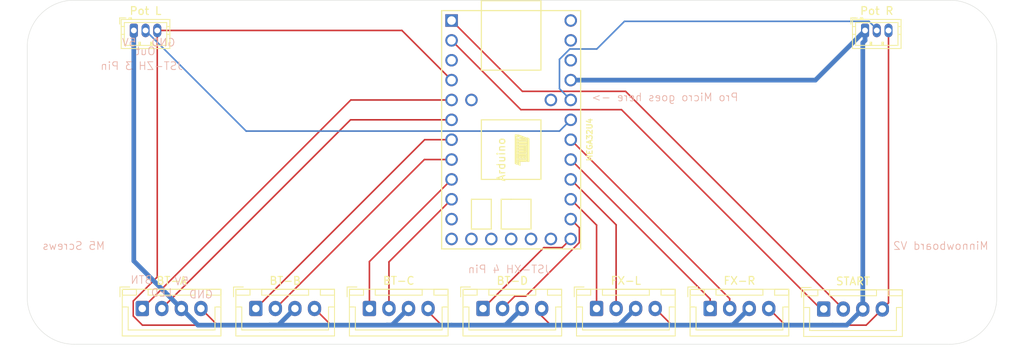
<source format=kicad_pcb>
(kicad_pcb (version 20241229) (generator "pcbnew") (generator_version "9.0")
  (layers (0 "F.Cu" signal) (2 "B.Cu" signal) (13 "F.Paste" user) (15 "B.Paste" user) (5 "F.SilkS" user "F.Silkscreen") (7 "B.SilkS" user "B.Silkscreen") (1 "F.Mask" user) (3 "B.Mask" user) (25 "Edge.Cuts" user))
  (net 0 "")
  (net 1 "Ground")
  (net 2 "5V")
  (net 3 "ButtonData")
  (net 4 "LightData")
  (net 5 "EncData")
  (footprint "Connector_JST:JST_ZH_B3B-ZR_1x03_P1.50mm_Vertical" (layer "F.Cu") (at 101.150955 -2.129513)
    (property "Reference" "Pot R" (at 1.5 -2.5 0) (layer "F.SilkS"))
    (property "Value" "JST_ZH_B3B-ZR_1x03_P1.50mm_Vertical")
    (fp_line (start -1.81 -1.61) (end -1.81 -0.81) (stroke (width 0.12)) (layer "F.SilkS"))
    (fp_line (start -1.61 -1.41) (end -1.61 2.31) (stroke (width 0.12)) (layer "F.SilkS"))
    (fp_line (start -1.61 -0.5) (end -1.21 -0.5) (stroke (width 0.12)) (layer "F.SilkS"))
    (fp_line (start -1.61 0.5) (end -1.21 0.5) (stroke (width 0.12)) (layer "F.SilkS"))
    (fp_line (start -1.61 2.31) (end 4.61 2.31) (stroke (width 0.12)) (layer "F.SilkS"))
    (fp_line (start -1.21 -1.01) (end -1.21 1.91) (stroke (width 0.12)) (layer "F.SilkS"))
    (fp_line (start -1.21 1.91) (end 4.21 1.91) (stroke (width 0.12)) (layer "F.SilkS"))
    (fp_line (start -1.01 -1.61) (end -1.81 -1.61) (stroke (width 0.12)) (layer "F.SilkS"))
    (fp_line (start -0.6 -1.61) (end -0.6 -1.41) (stroke (width 0.12)) (layer "F.SilkS"))
    (fp_line (start -0.3 -1.61) (end -0.6 -1.61) (stroke (width 0.12)) (layer "F.SilkS"))
    (fp_line (start -0.3 -1.51) (end -0.6 -1.51) (stroke (width 0.12)) (layer "F.SilkS"))
    (fp_line (start -0.3 -1.41) (end -0.3 -1.61) (stroke (width 0.12)) (layer "F.SilkS"))
    (fp_line (start 0.65 1.51) (end 0.85 1.51) (stroke (width 0.12)) (layer "F.SilkS"))
    (fp_line (start 0.65 1.91) (end 0.65 1.51) (stroke (width 0.12)) (layer "F.SilkS"))
    (fp_line (start 0.75 1.91) (end 0.75 1.51) (stroke (width 0.12)) (layer "F.SilkS"))
    (fp_line (start 0.85 1.51) (end 0.85 1.91) (stroke (width 0.12)) (layer "F.SilkS"))
    (fp_line (start 2.15 1.51) (end 2.35 1.51) (stroke (width 0.12)) (layer "F.SilkS"))
    (fp_line (start 2.15 1.91) (end 2.15 1.51) (stroke (width 0.12)) (layer "F.SilkS"))
    (fp_line (start 2.25 1.91) (end 2.25 1.51) (stroke (width 0.12)) (layer "F.SilkS"))
    (fp_line (start 2.35 1.51) (end 2.35 1.91) (stroke (width 0.12)) (layer "F.SilkS"))
    (fp_line (start 4.21 -1.01) (end -1.21 -1.01) (stroke (width 0.12)) (layer "F.SilkS"))
    (fp_line (start 4.21 1.91) (end 4.21 -1.01) (stroke (width 0.12)) (layer "F.SilkS"))
    (fp_line (start 4.61 -1.41) (end -1.61 -1.41) (stroke (width 0.12)) (layer "F.SilkS"))
    (fp_line (start 4.61 -0.5) (end 4.21 -0.5) (stroke (width 0.12)) (layer "F.SilkS"))
    (fp_line (start 4.61 0.5) (end 4.21 0.5) (stroke (width 0.12)) (layer "F.SilkS"))
    (fp_line (start 4.61 2.31) (end 4.61 -1.41) (stroke (width 0.12)) (layer "F.SilkS"))
    (pad "1" thru_hole roundrect (at 0 0) (size 1.03 1.73) (drill 0.73) (layers "*.Cu" "*.Mask") (roundrect_rratio 0.242718) (net 2 "5V"))
    (pad "2" thru_hole oval (at 1.5 0) (size 1.03 1.73) (drill 0.73) (layers "*.Cu" "*.Mask") (net 5 "EncData"))
    (pad "3" thru_hole oval (at 3 0) (size 1.03 1.73) (drill 0.73) (layers "*.Cu" "*.Mask") (net 1 "Ground"))
  )
  (footprint "Connector_JST:JST_ZH_B3B-ZR_1x03_P1.50mm_Vertical" (layer "F.Cu") (at 7.630955 -2.129513)
    (property "Reference" "Pot L" (at 1.5 -2.5 0) (layer "F.SilkS"))
    (property "Value" "JST_ZH_B3B-ZR_1x03_P1.50mm_Vertical")
    (fp_line (start -1.81 -1.61) (end -1.81 -0.81) (stroke (width 0.12)) (layer "F.SilkS"))
    (fp_line (start -1.61 -1.41) (end -1.61 2.31) (stroke (width 0.12)) (layer "F.SilkS"))
    (fp_line (start -1.61 -0.5) (end -1.21 -0.5) (stroke (width 0.12)) (layer "F.SilkS"))
    (fp_line (start -1.61 0.5) (end -1.21 0.5) (stroke (width 0.12)) (layer "F.SilkS"))
    (fp_line (start -1.61 2.31) (end 4.61 2.31) (stroke (width 0.12)) (layer "F.SilkS"))
    (fp_line (start -1.21 -1.01) (end -1.21 1.91) (stroke (width 0.12)) (layer "F.SilkS"))
    (fp_line (start -1.21 1.91) (end 4.21 1.91) (stroke (width 0.12)) (layer "F.SilkS"))
    (fp_line (start -1.01 -1.61) (end -1.81 -1.61) (stroke (width 0.12)) (layer "F.SilkS"))
    (fp_line (start -0.6 -1.61) (end -0.6 -1.41) (stroke (width 0.12)) (layer "F.SilkS"))
    (fp_line (start -0.3 -1.61) (end -0.6 -1.61) (stroke (width 0.12)) (layer "F.SilkS"))
    (fp_line (start -0.3 -1.51) (end -0.6 -1.51) (stroke (width 0.12)) (layer "F.SilkS"))
    (fp_line (start -0.3 -1.41) (end -0.3 -1.61) (stroke (width 0.12)) (layer "F.SilkS"))
    (fp_line (start 0.65 1.51) (end 0.85 1.51) (stroke (width 0.12)) (layer "F.SilkS"))
    (fp_line (start 0.65 1.91) (end 0.65 1.51) (stroke (width 0.12)) (layer "F.SilkS"))
    (fp_line (start 0.75 1.91) (end 0.75 1.51) (stroke (width 0.12)) (layer "F.SilkS"))
    (fp_line (start 0.85 1.51) (end 0.85 1.91) (stroke (width 0.12)) (layer "F.SilkS"))
    (fp_line (start 2.15 1.51) (end 2.35 1.51) (stroke (width 0.12)) (layer "F.SilkS"))
    (fp_line (start 2.15 1.91) (end 2.15 1.51) (stroke (width 0.12)) (layer "F.SilkS"))
    (fp_line (start 2.25 1.91) (end 2.25 1.51) (stroke (width 0.12)) (layer "F.SilkS"))
    (fp_line (start 2.35 1.51) (end 2.35 1.91) (stroke (width 0.12)) (layer "F.SilkS"))
    (fp_line (start 4.21 -1.01) (end -1.21 -1.01) (stroke (width 0.12)) (layer "F.SilkS"))
    (fp_line (start 4.21 1.91) (end 4.21 -1.01) (stroke (width 0.12)) (layer "F.SilkS"))
    (fp_line (start 4.61 -1.41) (end -1.61 -1.41) (stroke (width 0.12)) (layer "F.SilkS"))
    (fp_line (start 4.61 -0.5) (end 4.21 -0.5) (stroke (width 0.12)) (layer "F.SilkS"))
    (fp_line (start 4.61 0.5) (end 4.21 0.5) (stroke (width 0.12)) (layer "F.SilkS"))
    (fp_line (start 4.61 2.31) (end 4.61 -1.41) (stroke (width 0.12)) (layer "F.SilkS"))
    (pad "1" thru_hole roundrect (at 0 0) (size 1.03 1.73) (drill 0.73) (layers "*.Cu" "*.Mask") (roundrect_rratio 0.242718) (net 2 "5V"))
    (pad "2" thru_hole oval (at 1.5 0) (size 1.03 1.73) (drill 0.73) (layers "*.Cu" "*.Mask") (net 5 "EncData"))
    (pad "3" thru_hole oval (at 3 0) (size 1.03 1.73) (drill 0.73) (layers "*.Cu" "*.Mask") (net 1 "Ground"))
  )
  (footprint "teensy:Teensy2.0" (layer "F.Cu") (at 55.890955 10.570487 -90)
    (property "Reference" "Arduino" (at 3.81 1.27 90) (layer "F.SilkS"))
    (property "Value" "Teensy2.0")
    (fp_line (start -15.24 8.89) (end -15.24 -8.89) (stroke (width 0.15)) (layer "F.SilkS"))
    (fp_line (start 15.24 8.89) (end -15.24 8.89) (stroke (width 0.15)) (layer "F.SilkS"))
    (fp_line (start 8.89 5.08) (end 12.7 5.08) (stroke (width 0.15)) (layer "F.SilkS"))
    (fp_line (start 12.7 5.08) (end 12.7 2.54) (stroke (width 0.15)) (layer "F.SilkS"))
    (fp_line (start -16.51 3.81) (end -16.51 -3.81) (stroke (width 0.15)) (layer "F.SilkS"))
    (fp_line (start -7.62 3.81) (end -16.51 3.81) (stroke (width 0.15)) (layer "F.SilkS"))
    (fp_line (start -1.27 3.81) (end 6.35 3.81) (stroke (width 0.15)) (layer "F.SilkS"))
    (fp_line (start 6.35 3.81) (end 6.35 -3.81) (stroke (width 0.15)) (layer "F.SilkS"))
    (fp_line (start 8.89 2.54) (end 8.89 5.08) (stroke (width 0.15)) (layer "F.SilkS"))
    (fp_line (start 12.7 2.54) (end 8.89 2.54) (stroke (width 0.15)) (layer "F.SilkS"))
    (fp_line (start 8.89 1.27) (end 12.7 1.27) (stroke (width 0.15)) (layer "F.SilkS"))
    (fp_line (start 12.7 1.27) (end 12.7 -2.54) (stroke (width 0.15)) (layer "F.SilkS"))
    (fp_line (start 8.89 0) (end 8.89 1.27) (stroke (width 0.15)) (layer "F.SilkS"))
    (fp_line (start 8.89 -2.54) (end 8.89 0) (stroke (width 0.15)) (layer "F.SilkS"))
    (fp_line (start 12.7 -2.54) (end 8.89 -2.54) (stroke (width 0.15)) (layer "F.SilkS"))
    (fp_line (start -16.51 -3.81) (end -7.62 -3.81) (stroke (width 0.15)) (layer "F.SilkS"))
    (fp_line (start -7.62 -3.81) (end -7.62 3.81) (stroke (width 0.15)) (layer "F.SilkS"))
    (fp_line (start -1.27 -3.81) (end -1.27 3.81) (stroke (width 0.15)) (layer "F.SilkS"))
    (fp_line (start 6.35 -3.81) (end -1.27 -3.81) (stroke (width 0.15)) (layer "F.SilkS"))
    (fp_line (start -15.24 -8.89) (end 15.24 -8.89) (stroke (width 0.15)) (layer "F.SilkS"))
    (fp_line (start 15.24 -8.89) (end 15.24 8.89) (stroke (width 0.15)) (layer "F.SilkS"))
    (fp_poly (pts (xy 0.635 -0.762) (xy 4.445 -0.762) (xy 4.318 -0.508) (xy 0.635 -0.508)) (stroke (width 0.1)) (fill yes) (layer "F.SilkS"))
    (fp_poly (pts (xy 3.81 -1.905) (xy 3.81 -0.889) (xy 4.445 -0.889) (xy 4.572 -1.143) (xy 4.064 -1.143) (xy 4.064 -1.905)) (stroke (width 0.1)) (fill yes) (layer "F.SilkS"))
    (fp_poly (pts (xy 1.397 -0.889) (xy 1.397 -1.905) (xy 1.016 -1.905) (xy 0.635 -0.889) (xy 0.889 -0.889) (xy 1.143 -1.651) (xy 1.143 -0.889)) (stroke (width 0.1)) (fill yes) (layer "F.SilkS"))
    (fp_poly (pts (xy 4.064 -2.032) (xy 1.778 -2.032) (xy 1.778 -0.889) (xy 1.524 -0.889) (xy 1.524 -2.032) (xy 1.016 -2.032) (xy 1.143 -2.286) (xy 4.064 -2.286)) (stroke (width 0.1)) (fill yes) (layer "F.SilkS"))
    (fp_poly (pts (xy 2.921 -0.889) (xy 2.921 -1.905) (xy 1.905 -1.905) (xy 1.905 -0.889) (xy 2.159 -0.889) (xy 2.159 -1.651) (xy 2.286 -1.651) (xy 2.286 -0.889) (xy 2.54 -0.889) (xy 2.54 -1.651) (xy 2.667 -1.651) (xy 2.667 -0.889)) (stroke (width 0.1)) (fill yes) (layer "F.SilkS"))
    (fp_poly (pts (xy 3.048 -1.905) (xy 3.683 -1.905) (xy 3.683 -1.651) (xy 3.302 -1.651) (xy 3.302 -1.524) (xy 3.683 -1.524) (xy 3.683 -1.27) (xy 3.302 -1.27) (xy 3.302 -1.143) (xy 3.683 -1.143) (xy 3.683 -0.889) (xy 3.048 -0.889)) (stroke (width 0.1)) (fill yes) (layer "F.SilkS"))
    (fp_text user "MEGA32U4" (at 1.27 -10.033 90) (layer "F.SilkS") (effects (font (size 0.7 0.7))))
    (pad "1" thru_hole rect (at -13.97 7.62 270) (size 1.6 1.6) (drill 1.1) (layers "*.Cu" "*.Mask") (net 4 "LightData"))
    (pad "2" thru_hole circle (at -11.43 7.62 270) (size 1.6 1.6) (drill 1.1) (layers "*.Cu" "*.Mask") (net 3 "ButtonData"))
    (pad "3" thru_hole circle (at -8.89 7.62 270) (size 1.6 1.6) (drill 1.1) (layers "*.Cu" "*.Mask") (net 1 "Ground"))
    (pad "4" thru_hole circle (at -6.35 7.62 270) (size 1.6 1.6) (drill 1.1) (layers "*.Cu" "*.Mask") (net 1 "Ground"))
    (pad "5" thru_hole circle (at -3.81 7.62 270) (size 1.6 1.6) (drill 1.1) (layers "*.Cu" "*.Mask") (net 3 "ButtonData"))
    (pad "6" thru_hole circle (at -1.27 7.62 270) (size 1.6 1.6) (drill 1.1) (layers "*.Cu" "*.Mask") (net 4 "LightData"))
    (pad "7" thru_hole circle (at 1.27 7.62 270) (size 1.6 1.6) (drill 1.1) (layers "*.Cu" "*.Mask") (net 3 "ButtonData"))
    (pad "8" thru_hole circle (at 3.81 7.62 270) (size 1.6 1.6) (drill 1.1) (layers "*.Cu" "*.Mask") (net 4 "LightData"))
    (pad "9" thru_hole circle (at 6.35 7.62 270) (size 1.6 1.6) (drill 1.1) (layers "*.Cu" "*.Mask") (net 3 "ButtonData"))
    (pad "10" thru_hole circle (at 8.89 7.62 270) (size 1.6 1.6) (drill 1.1) (layers "*.Cu" "*.Mask") (net 4 "LightData"))
    (pad "11" thru_hole circle (at 11.43 7.62 270) (size 1.6 1.6) (drill 1.1) (layers "*.Cu" "*.Mask"))
    (pad "12" thru_hole circle (at 13.97 7.62 270) (size 1.6 1.6) (drill 1.1) (layers "*.Cu" "*.Mask"))
    (pad "13" thru_hole circle (at 13.97 5.08 270) (size 1.6 1.6) (drill 1.1) (layers "*.Cu" "*.Mask"))
    (pad "14" thru_hole circle (at 13.97 2.54 270) (size 1.6 1.6) (drill 1.1) (layers "*.Cu" "*.Mask"))
    (pad "15" thru_hole circle (at 13.97 0 270) (size 1.6 1.6) (drill 1.1) (layers "*.Cu" "*.Mask"))
    (pad "16" thru_hole circle (at 13.97 -2.54 270) (size 1.6 1.6) (drill 1.1) (layers "*.Cu" "*.Mask"))
    (pad "17" thru_hole circle (at 13.97 -5.08 270) (size 1.6 1.6) (drill 1.1) (layers "*.Cu" "*.Mask"))
    (pad "18" thru_hole circle (at 13.97 -7.62 270) (size 1.6 1.6) (drill 1.1) (layers "*.Cu" "*.Mask") (net 3 "ButtonData"))
    (pad "19" thru_hole circle (at 11.43 -7.62 270) (size 1.6 1.6) (drill 1.1) (layers "*.Cu" "*.Mask") (net 4 "LightData"))
    (pad "20" thru_hole circle (at 8.89 -7.62 270) (size 1.6 1.6) (drill 1.1) (layers "*.Cu" "*.Mask") (net 3 "ButtonData"))
    (pad "21" thru_hole circle (at 6.35 -7.62 270) (size 1.6 1.6) (drill 1.1) (layers "*.Cu" "*.Mask") (net 4 "LightData"))
    (pad "22" thru_hole circle (at 3.81 -7.62 270) (size 1.6 1.6) (drill 1.1) (layers "*.Cu" "*.Mask") (net 3 "ButtonData"))
    (pad "23" thru_hole circle (at 1.27 -7.62 270) (size 1.6 1.6) (drill 1.1) (layers "*.Cu" "*.Mask") (net 4 "LightData"))
    (pad "24" thru_hole circle (at -1.27 -7.62 270) (size 1.6 1.6) (drill 1.1) (layers "*.Cu" "*.Mask") (net 5 "EncData"))
    (pad "25" thru_hole circle (at -3.81 -7.62 270) (size 1.6 1.6) (drill 1.1) (layers "*.Cu" "*.Mask") (net 5 "EncData"))
    (pad "26" thru_hole circle (at -6.35 -7.62 270) (size 1.6 1.6) (drill 1.1) (layers "*.Cu" "*.Mask") (net 2 "5V"))
    (pad "27" thru_hole circle (at -8.89 -7.62 270) (size 1.6 1.6) (drill 1.1) (layers "*.Cu" "*.Mask"))
    (pad "28" thru_hole circle (at -11.43 -7.62 270) (size 1.6 1.6) (drill 1.1) (layers "*.Cu" "*.Mask") (net 1 "Ground"))
    (pad "29" thru_hole circle (at -13.97 -7.62 270) (size 1.6 1.6) (drill 1.1) (layers "*.Cu" "*.Mask"))
    (pad "30" thru_hole circle (at -3.81 5.08 270) (size 1.6 1.6) (drill 1.1) (layers "*.Cu" "*.Mask"))
    (pad "31" thru_hole circle (at -3.81 -5.08 270) (size 1.6 1.6) (drill 1.1) (layers "*.Cu" "*.Mask"))
  )
  (footprint "MountingHole:MountingHole_5.3mm_M5" (layer "F.Cu") (at 0 0)
    (property "Reference" "REF**" (hide yes))
    (property "Value" "MountingHole_5.3mm_M5")
    (pad "" np_thru_hole circle (at 0 0) (size 5.3 5.3) (drill 5.3) (layers "*.Cu" "*.Mask"))
  )
  (footprint "Connector_JST:JST_XH_B4B-XH-A_1x04_P2.50mm_Vertical" (layer "F.Cu") (at 23.239355 33.430487)
    (property "Reference" "BT-B" (at 3.75 -3.55 0) (layer "F.SilkS"))
    (property "Value" "JST_XH_B4B-XH-A_1x04_P2.50mm_Vertical" (hide yes))
    (fp_line (start -2.85 -2.75) (end -2.85 -1.5) (stroke (width 0.12)) (layer "F.SilkS"))
    (fp_line (start -2.56 -2.46) (end -2.56 3.51) (stroke (width 0.12)) (layer "F.SilkS"))
    (fp_line (start -2.56 3.51) (end 10.06 3.51) (stroke (width 0.12)) (layer "F.SilkS"))
    (fp_line (start -2.55 -2.45) (end -2.55 -1.7) (stroke (width 0.12)) (layer "F.SilkS"))
    (fp_line (start -2.55 -1.7) (end -0.75 -1.7) (stroke (width 0.12)) (layer "F.SilkS"))
    (fp_line (start -2.55 -0.2) (end -1.8 -0.2) (stroke (width 0.12)) (layer "F.SilkS"))
    (fp_line (start -1.8 -0.2) (end -1.8 2.75) (stroke (width 0.12)) (layer "F.SilkS"))
    (fp_line (start -1.8 2.75) (end 3.75 2.75) (stroke (width 0.12)) (layer "F.SilkS"))
    (fp_line (start -1.6 -2.75) (end -2.85 -2.75) (stroke (width 0.12)) (layer "F.SilkS"))
    (fp_line (start -0.75 -2.45) (end -2.55 -2.45) (stroke (width 0.12)) (layer "F.SilkS"))
    (fp_line (start -0.75 -1.7) (end -0.75 -2.45) (stroke (width 0.12)) (layer "F.SilkS"))
    (fp_line (start 0.75 -2.45) (end 0.75 -1.7) (stroke (width 0.12)) (layer "F.SilkS"))
    (fp_line (start 0.75 -1.7) (end 6.75 -1.7) (stroke (width 0.12)) (layer "F.SilkS"))
    (fp_line (start 6.75 -2.45) (end 0.75 -2.45) (stroke (width 0.12)) (layer "F.SilkS"))
    (fp_line (start 6.75 -1.7) (end 6.75 -2.45) (stroke (width 0.12)) (layer "F.SilkS"))
    (fp_line (start 8.25 -2.45) (end 8.25 -1.7) (stroke (width 0.12)) (layer "F.SilkS"))
    (fp_line (start 8.25 -1.7) (end 10.05 -1.7) (stroke (width 0.12)) (layer "F.SilkS"))
    (fp_line (start 9.3 -0.2) (end 9.3 2.75) (stroke (width 0.12)) (layer "F.SilkS"))
    (fp_line (start 9.3 2.75) (end 3.75 2.75) (stroke (width 0.12)) (layer "F.SilkS"))
    (fp_line (start 10.05 -2.45) (end 8.25 -2.45) (stroke (width 0.12)) (layer "F.SilkS"))
    (fp_line (start 10.05 -1.7) (end 10.05 -2.45) (stroke (width 0.12)) (layer "F.SilkS"))
    (fp_line (start 10.05 -0.2) (end 9.3 -0.2) (stroke (width 0.12)) (layer "F.SilkS"))
    (fp_line (start 10.06 -2.46) (end -2.56 -2.46) (stroke (width 0.12)) (layer "F.SilkS"))
    (fp_line (start 10.06 3.51) (end 10.06 -2.46) (stroke (width 0.12)) (layer "F.SilkS"))
    (pad "1" thru_hole roundrect (at 0 0) (size 1.7 1.95) (drill 0.95) (layers "*.Cu" "*.Mask") (roundrect_rratio 0.147059) (net 3 "ButtonData"))
    (pad "2" thru_hole oval (at 2.5 0) (size 1.7 1.95) (drill 0.95) (layers "*.Cu" "*.Mask") (net 4 "LightData"))
    (pad "3" thru_hole oval (at 5 0) (size 1.7 1.95) (drill 0.95) (layers "*.Cu" "*.Mask") (net 2 "5V"))
    (pad "4" thru_hole oval (at 7.5 0) (size 1.7 1.95) (drill 0.95) (layers "*.Cu" "*.Mask") (net 1 "Ground"))
  )
  (footprint "Connector_JST:JST_XH_B4B-XH-A_1x04_P2.50mm_Vertical" (layer "F.Cu") (at 66.814037 33.430487)
    (property "Reference" "FX-L" (at 3.75 -3.55 0) (layer "F.SilkS"))
    (property "Value" "JST_XH_B4B-XH-A_1x04_P2.50mm_Vertical" (hide yes))
    (fp_line (start -2.85 -2.75) (end -2.85 -1.5) (stroke (width 0.12)) (layer "F.SilkS"))
    (fp_line (start -2.56 -2.46) (end -2.56 3.51) (stroke (width 0.12)) (layer "F.SilkS"))
    (fp_line (start -2.56 3.51) (end 10.06 3.51) (stroke (width 0.12)) (layer "F.SilkS"))
    (fp_line (start -2.55 -2.45) (end -2.55 -1.7) (stroke (width 0.12)) (layer "F.SilkS"))
    (fp_line (start -2.55 -1.7) (end -0.75 -1.7) (stroke (width 0.12)) (layer "F.SilkS"))
    (fp_line (start -2.55 -0.2) (end -1.8 -0.2) (stroke (width 0.12)) (layer "F.SilkS"))
    (fp_line (start -1.8 -0.2) (end -1.8 2.75) (stroke (width 0.12)) (layer "F.SilkS"))
    (fp_line (start -1.8 2.75) (end 3.75 2.75) (stroke (width 0.12)) (layer "F.SilkS"))
    (fp_line (start -1.6 -2.75) (end -2.85 -2.75) (stroke (width 0.12)) (layer "F.SilkS"))
    (fp_line (start -0.75 -2.45) (end -2.55 -2.45) (stroke (width 0.12)) (layer "F.SilkS"))
    (fp_line (start -0.75 -1.7) (end -0.75 -2.45) (stroke (width 0.12)) (layer "F.SilkS"))
    (fp_line (start 0.75 -2.45) (end 0.75 -1.7) (stroke (width 0.12)) (layer "F.SilkS"))
    (fp_line (start 0.75 -1.7) (end 6.75 -1.7) (stroke (width 0.12)) (layer "F.SilkS"))
    (fp_line (start 6.75 -2.45) (end 0.75 -2.45) (stroke (width 0.12)) (layer "F.SilkS"))
    (fp_line (start 6.75 -1.7) (end 6.75 -2.45) (stroke (width 0.12)) (layer "F.SilkS"))
    (fp_line (start 8.25 -2.45) (end 8.25 -1.7) (stroke (width 0.12)) (layer "F.SilkS"))
    (fp_line (start 8.25 -1.7) (end 10.05 -1.7) (stroke (width 0.12)) (layer "F.SilkS"))
    (fp_line (start 9.3 -0.2) (end 9.3 2.75) (stroke (width 0.12)) (layer "F.SilkS"))
    (fp_line (start 9.3 2.75) (end 3.75 2.75) (stroke (width 0.12)) (layer "F.SilkS"))
    (fp_line (start 10.05 -2.45) (end 8.25 -2.45) (stroke (width 0.12)) (layer "F.SilkS"))
    (fp_line (start 10.05 -1.7) (end 10.05 -2.45) (stroke (width 0.12)) (layer "F.SilkS"))
    (fp_line (start 10.05 -0.2) (end 9.3 -0.2) (stroke (width 0.12)) (layer "F.SilkS"))
    (fp_line (start 10.06 -2.46) (end -2.56 -2.46) (stroke (width 0.12)) (layer "F.SilkS"))
    (fp_line (start 10.06 3.51) (end 10.06 -2.46) (stroke (width 0.12)) (layer "F.SilkS"))
    (pad "1" thru_hole roundrect (at 0 0) (size 1.7 1.95) (drill 0.95) (layers "*.Cu" "*.Mask") (roundrect_rratio 0.147059) (net 3 "ButtonData"))
    (pad "2" thru_hole oval (at 2.5 0) (size 1.7 1.95) (drill 0.95) (layers "*.Cu" "*.Mask") (net 4 "LightData"))
    (pad "3" thru_hole oval (at 5 0) (size 1.7 1.95) (drill 0.95) (layers "*.Cu" "*.Mask") (net 2 "5V"))
    (pad "4" thru_hole oval (at 7.5 0) (size 1.7 1.95) (drill 0.95) (layers "*.Cu" "*.Mask") (net 1 "Ground"))
  )
  (footprint "MountingHole:MountingHole_5.3mm_M5" (layer "F.Cu") (at 112 0)
    (property "Reference" "REF**" (hide yes))
    (property "Value" "MountingHole_5.3mm_M5")
    (pad "" np_thru_hole circle (at 0 0) (size 5.3 5.3) (drill 5.3) (layers "*.Cu" "*.Mask"))
  )
  (footprint "Connector_JST:JST_XH_B4B-XH-A_1x04_P2.50mm_Vertical" (layer "F.Cu") (at 81.338931 33.430487)
    (property "Reference" "FX-R" (at 3.75 -3.55 0) (layer "F.SilkS"))
    (property "Value" "JST_XH_B4B-XH-A_1x04_P2.50mm_Vertical" (hide yes))
    (fp_line (start -2.85 -2.75) (end -2.85 -1.5) (stroke (width 0.12)) (layer "F.SilkS"))
    (fp_line (start -2.56 -2.46) (end -2.56 3.51) (stroke (width 0.12)) (layer "F.SilkS"))
    (fp_line (start -2.56 3.51) (end 10.06 3.51) (stroke (width 0.12)) (layer "F.SilkS"))
    (fp_line (start -2.55 -2.45) (end -2.55 -1.7) (stroke (width 0.12)) (layer "F.SilkS"))
    (fp_line (start -2.55 -1.7) (end -0.75 -1.7) (stroke (width 0.12)) (layer "F.SilkS"))
    (fp_line (start -2.55 -0.2) (end -1.8 -0.2) (stroke (width 0.12)) (layer "F.SilkS"))
    (fp_line (start -1.8 -0.2) (end -1.8 2.75) (stroke (width 0.12)) (layer "F.SilkS"))
    (fp_line (start -1.8 2.75) (end 3.75 2.75) (stroke (width 0.12)) (layer "F.SilkS"))
    (fp_line (start -1.6 -2.75) (end -2.85 -2.75) (stroke (width 0.12)) (layer "F.SilkS"))
    (fp_line (start -0.75 -2.45) (end -2.55 -2.45) (stroke (width 0.12)) (layer "F.SilkS"))
    (fp_line (start -0.75 -1.7) (end -0.75 -2.45) (stroke (width 0.12)) (layer "F.SilkS"))
    (fp_line (start 0.75 -2.45) (end 0.75 -1.7) (stroke (width 0.12)) (layer "F.SilkS"))
    (fp_line (start 0.75 -1.7) (end 6.75 -1.7) (stroke (width 0.12)) (layer "F.SilkS"))
    (fp_line (start 6.75 -2.45) (end 0.75 -2.45) (stroke (width 0.12)) (layer "F.SilkS"))
    (fp_line (start 6.75 -1.7) (end 6.75 -2.45) (stroke (width 0.12)) (layer "F.SilkS"))
    (fp_line (start 8.25 -2.45) (end 8.25 -1.7) (stroke (width 0.12)) (layer "F.SilkS"))
    (fp_line (start 8.25 -1.7) (end 10.05 -1.7) (stroke (width 0.12)) (layer "F.SilkS"))
    (fp_line (start 9.3 -0.2) (end 9.3 2.75) (stroke (width 0.12)) (layer "F.SilkS"))
    (fp_line (start 9.3 2.75) (end 3.75 2.75) (stroke (width 0.12)) (layer "F.SilkS"))
    (fp_line (start 10.05 -2.45) (end 8.25 -2.45) (stroke (width 0.12)) (layer "F.SilkS"))
    (fp_line (start 10.05 -1.7) (end 10.05 -2.45) (stroke (width 0.12)) (layer "F.SilkS"))
    (fp_line (start 10.05 -0.2) (end 9.3 -0.2) (stroke (width 0.12)) (layer "F.SilkS"))
    (fp_line (start 10.06 -2.46) (end -2.56 -2.46) (stroke (width 0.12)) (layer "F.SilkS"))
    (fp_line (start 10.06 3.51) (end 10.06 -2.46) (stroke (width 0.12)) (layer "F.SilkS"))
    (pad "1" thru_hole roundrect (at 0 0) (size 1.7 1.95) (drill 0.95) (layers "*.Cu" "*.Mask") (roundrect_rratio 0.147059) (net 3 "ButtonData"))
    (pad "2" thru_hole oval (at 2.5 0) (size 1.7 1.95) (drill 0.95) (layers "*.Cu" "*.Mask") (net 4 "LightData"))
    (pad "3" thru_hole oval (at 5 0) (size 1.7 1.95) (drill 0.95) (layers "*.Cu" "*.Mask") (net 2 "5V"))
    (pad "4" thru_hole oval (at 7.5 0) (size 1.7 1.95) (drill 0.95) (layers "*.Cu" "*.Mask") (net 1 "Ground"))
  )
  (footprint "Connector_JST:JST_XH_B4B-XH-A_1x04_P2.50mm_Vertical" (layer "F.Cu") (at 52.289143 33.430487)
    (property "Reference" "BT-D" (at 3.75 -3.55 0) (layer "F.SilkS"))
    (property "Value" "JST_XH_B4B-XH-A_1x04_P2.50mm_Vertical" (hide yes))
    (fp_line (start -2.85 -2.75) (end -2.85 -1.5) (stroke (width 0.12)) (layer "F.SilkS"))
    (fp_line (start -2.56 -2.46) (end -2.56 3.51) (stroke (width 0.12)) (layer "F.SilkS"))
    (fp_line (start -2.56 3.51) (end 10.06 3.51) (stroke (width 0.12)) (layer "F.SilkS"))
    (fp_line (start -2.55 -2.45) (end -2.55 -1.7) (stroke (width 0.12)) (layer "F.SilkS"))
    (fp_line (start -2.55 -1.7) (end -0.75 -1.7) (stroke (width 0.12)) (layer "F.SilkS"))
    (fp_line (start -2.55 -0.2) (end -1.8 -0.2) (stroke (width 0.12)) (layer "F.SilkS"))
    (fp_line (start -1.8 -0.2) (end -1.8 2.75) (stroke (width 0.12)) (layer "F.SilkS"))
    (fp_line (start -1.8 2.75) (end 3.75 2.75) (stroke (width 0.12)) (layer "F.SilkS"))
    (fp_line (start -1.6 -2.75) (end -2.85 -2.75) (stroke (width 0.12)) (layer "F.SilkS"))
    (fp_line (start -0.75 -2.45) (end -2.55 -2.45) (stroke (width 0.12)) (layer "F.SilkS"))
    (fp_line (start -0.75 -1.7) (end -0.75 -2.45) (stroke (width 0.12)) (layer "F.SilkS"))
    (fp_line (start 0.75 -2.45) (end 0.75 -1.7) (stroke (width 0.12)) (layer "F.SilkS"))
    (fp_line (start 0.75 -1.7) (end 6.75 -1.7) (stroke (width 0.12)) (layer "F.SilkS"))
    (fp_line (start 6.75 -2.45) (end 0.75 -2.45) (stroke (width 0.12)) (layer "F.SilkS"))
    (fp_line (start 6.75 -1.7) (end 6.75 -2.45) (stroke (width 0.12)) (layer "F.SilkS"))
    (fp_line (start 8.25 -2.45) (end 8.25 -1.7) (stroke (width 0.12)) (layer "F.SilkS"))
    (fp_line (start 8.25 -1.7) (end 10.05 -1.7) (stroke (width 0.12)) (layer "F.SilkS"))
    (fp_line (start 9.3 -0.2) (end 9.3 2.75) (stroke (width 0.12)) (layer "F.SilkS"))
    (fp_line (start 9.3 2.75) (end 3.75 2.75) (stroke (width 0.12)) (layer "F.SilkS"))
    (fp_line (start 10.05 -2.45) (end 8.25 -2.45) (stroke (width 0.12)) (layer "F.SilkS"))
    (fp_line (start 10.05 -1.7) (end 10.05 -2.45) (stroke (width 0.12)) (layer "F.SilkS"))
    (fp_line (start 10.05 -0.2) (end 9.3 -0.2) (stroke (width 0.12)) (layer "F.SilkS"))
    (fp_line (start 10.06 -2.46) (end -2.56 -2.46) (stroke (width 0.12)) (layer "F.SilkS"))
    (fp_line (start 10.06 3.51) (end 10.06 -2.46) (stroke (width 0.12)) (layer "F.SilkS"))
    (pad "1" thru_hole roundrect (at 0 0) (size 1.7 1.95) (drill 0.95) (layers "*.Cu" "*.Mask") (roundrect_rratio 0.147059) (net 3 "ButtonData"))
    (pad "2" thru_hole oval (at 2.5 0) (size 1.7 1.95) (drill 0.95) (layers "*.Cu" "*.Mask") (net 4 "LightData"))
    (pad "3" thru_hole oval (at 5 0) (size 1.7 1.95) (drill 0.95) (layers "*.Cu" "*.Mask") (net 2 "5V"))
    (pad "4" thru_hole oval (at 7.5 0) (size 1.7 1.95) (drill 0.95) (layers "*.Cu" "*.Mask") (net 1 "Ground"))
  )
  (footprint "Connector_JST:JST_XH_B4B-XH-A_1x04_P2.50mm_Vertical" (layer "F.Cu") (at 8.714461 33.430487)
    (property "Reference" "BT-A" (at 3.75 -3.55 0) (layer "F.SilkS"))
    (property "Value" "JST_XH_B4B-XH-A_1x04_P2.50mm_Vertical" (hide yes))
    (fp_line (start -2.85 -2.75) (end -2.85 -1.5) (stroke (width 0.12)) (layer "F.SilkS"))
    (fp_line (start -2.56 -2.46) (end -2.56 3.51) (stroke (width 0.12)) (layer "F.SilkS"))
    (fp_line (start -2.56 3.51) (end 10.06 3.51) (stroke (width 0.12)) (layer "F.SilkS"))
    (fp_line (start -2.55 -2.45) (end -2.55 -1.7) (stroke (width 0.12)) (layer "F.SilkS"))
    (fp_line (start -2.55 -1.7) (end -0.75 -1.7) (stroke (width 0.12)) (layer "F.SilkS"))
    (fp_line (start -2.55 -0.2) (end -1.8 -0.2) (stroke (width 0.12)) (layer "F.SilkS"))
    (fp_line (start -1.8 -0.2) (end -1.8 2.75) (stroke (width 0.12)) (layer "F.SilkS"))
    (fp_line (start -1.8 2.75) (end 3.75 2.75) (stroke (width 0.12)) (layer "F.SilkS"))
    (fp_line (start -1.6 -2.75) (end -2.85 -2.75) (stroke (width 0.12)) (layer "F.SilkS"))
    (fp_line (start -0.75 -2.45) (end -2.55 -2.45) (stroke (width 0.12)) (layer "F.SilkS"))
    (fp_line (start -0.75 -1.7) (end -0.75 -2.45) (stroke (width 0.12)) (layer "F.SilkS"))
    (fp_line (start 0.75 -2.45) (end 0.75 -1.7) (stroke (width 0.12)) (layer "F.SilkS"))
    (fp_line (start 0.75 -1.7) (end 6.75 -1.7) (stroke (width 0.12)) (layer "F.SilkS"))
    (fp_line (start 6.75 -2.45) (end 0.75 -2.45) (stroke (width 0.12)) (layer "F.SilkS"))
    (fp_line (start 6.75 -1.7) (end 6.75 -2.45) (stroke (width 0.12)) (layer "F.SilkS"))
    (fp_line (start 8.25 -2.45) (end 8.25 -1.7) (stroke (width 0.12)) (layer "F.SilkS"))
    (fp_line (start 8.25 -1.7) (end 10.05 -1.7) (stroke (width 0.12)) (layer "F.SilkS"))
    (fp_line (start 9.3 -0.2) (end 9.3 2.75) (stroke (width 0.12)) (layer "F.SilkS"))
    (fp_line (start 9.3 2.75) (end 3.75 2.75) (stroke (width 0.12)) (layer "F.SilkS"))
    (fp_line (start 10.05 -2.45) (end 8.25 -2.45) (stroke (width 0.12)) (layer "F.SilkS"))
    (fp_line (start 10.05 -1.7) (end 10.05 -2.45) (stroke (width 0.12)) (layer "F.SilkS"))
    (fp_line (start 10.05 -0.2) (end 9.3 -0.2) (stroke (width 0.12)) (layer "F.SilkS"))
    (fp_line (start 10.06 -2.46) (end -2.56 -2.46) (stroke (width 0.12)) (layer "F.SilkS"))
    (fp_line (start 10.06 3.51) (end 10.06 -2.46) (stroke (width 0.12)) (layer "F.SilkS"))
    (pad "1" thru_hole roundrect (at 0 0) (size 1.7 1.95) (drill 0.95) (layers "*.Cu" "*.Mask") (roundrect_rratio 0.147059) (net 3 "ButtonData"))
    (pad "2" thru_hole oval (at 2.5 0) (size 1.7 1.95) (drill 0.95) (layers "*.Cu" "*.Mask") (net 4 "LightData"))
    (pad "3" thru_hole oval (at 5 0) (size 1.7 1.95) (drill 0.95) (layers "*.Cu" "*.Mask") (net 2 "5V"))
    (pad "4" thru_hole oval (at 7.5 0) (size 1.7 1.95) (drill 0.95) (layers "*.Cu" "*.Mask") (net 1 "Ground"))
  )
  (footprint "MountingHole:MountingHole_5.3mm_M5" (layer "F.Cu") (at 0 32)
    (property "Reference" "REF**" (hide yes))
    (property "Value" "MountingHole_5.3mm_M5")
    (pad "" np_thru_hole circle (at 0 0) (size 5.3 5.3) (drill 5.3) (layers "*.Cu" "*.Mask"))
  )
  (footprint "Connector_JST:JST_XH_B4B-XH-A_1x04_P2.50mm_Vertical" (layer "F.Cu") (at 95.863825 33.496218)
    (property "Reference" "START" (at 3.75 -3.55 0) (layer "F.SilkS"))
    (property "Value" "JST_XH_B4B-XH-A_1x04_P2.50mm_Vertical" (hide yes))
    (fp_line (start -2.85 -2.75) (end -2.85 -1.5) (stroke (width 0.12)) (layer "F.SilkS"))
    (fp_line (start -2.56 -2.46) (end -2.56 3.51) (stroke (width 0.12)) (layer "F.SilkS"))
    (fp_line (start -2.56 3.51) (end 10.06 3.51) (stroke (width 0.12)) (layer "F.SilkS"))
    (fp_line (start -2.55 -2.45) (end -2.55 -1.7) (stroke (width 0.12)) (layer "F.SilkS"))
    (fp_line (start -2.55 -1.7) (end -0.75 -1.7) (stroke (width 0.12)) (layer "F.SilkS"))
    (fp_line (start -2.55 -0.2) (end -1.8 -0.2) (stroke (width 0.12)) (layer "F.SilkS"))
    (fp_line (start -1.8 -0.2) (end -1.8 2.75) (stroke (width 0.12)) (layer "F.SilkS"))
    (fp_line (start -1.8 2.75) (end 3.75 2.75) (stroke (width 0.12)) (layer "F.SilkS"))
    (fp_line (start -1.6 -2.75) (end -2.85 -2.75) (stroke (width 0.12)) (layer "F.SilkS"))
    (fp_line (start -0.75 -2.45) (end -2.55 -2.45) (stroke (width 0.12)) (layer "F.SilkS"))
    (fp_line (start -0.75 -1.7) (end -0.75 -2.45) (stroke (width 0.12)) (layer "F.SilkS"))
    (fp_line (start 0.75 -2.45) (end 0.75 -1.7) (stroke (width 0.12)) (layer "F.SilkS"))
    (fp_line (start 0.75 -1.7) (end 6.75 -1.7) (stroke (width 0.12)) (layer "F.SilkS"))
    (fp_line (start 6.75 -2.45) (end 0.75 -2.45) (stroke (width 0.12)) (layer "F.SilkS"))
    (fp_line (start 6.75 -1.7) (end 6.75 -2.45) (stroke (width 0.12)) (layer "F.SilkS"))
    (fp_line (start 8.25 -2.45) (end 8.25 -1.7) (stroke (width 0.12)) (layer "F.SilkS"))
    (fp_line (start 8.25 -1.7) (end 10.05 -1.7) (stroke (width 0.12)) (layer "F.SilkS"))
    (fp_line (start 9.3 -0.2) (end 9.3 2.75) (stroke (width 0.12)) (layer "F.SilkS"))
    (fp_line (start 9.3 2.75) (end 3.75 2.75) (stroke (width 0.12)) (layer "F.SilkS"))
    (fp_line (start 10.05 -2.45) (end 8.25 -2.45) (stroke (width 0.12)) (layer "F.SilkS"))
    (fp_line (start 10.05 -1.7) (end 10.05 -2.45) (stroke (width 0.12)) (layer "F.SilkS"))
    (fp_line (start 10.05 -0.2) (end 9.3 -0.2) (stroke (width 0.12)) (layer "F.SilkS"))
    (fp_line (start 10.06 -2.46) (end -2.56 -2.46) (stroke (width 0.12)) (layer "F.SilkS"))
    (fp_line (start 10.06 3.51) (end 10.06 -2.46) (stroke (width 0.12)) (layer "F.SilkS"))
    (pad "1" thru_hole roundrect (at 0 0) (size 1.7 1.95) (drill 0.95) (layers "*.Cu" "*.Mask") (roundrect_rratio 0.147059) (net 3 "ButtonData"))
    (pad "2" thru_hole oval (at 2.5 0) (size 1.7 1.95) (drill 0.95) (layers "*.Cu" "*.Mask") (net 4 "LightData"))
    (pad "3" thru_hole oval (at 5 0) (size 1.7 1.95) (drill 0.95) (layers "*.Cu" "*.Mask") (net 2 "5V"))
    (pad "4" thru_hole oval (at 7.5 0) (size 1.7 1.95) (drill 0.95) (layers "*.Cu" "*.Mask") (net 1 "Ground"))
  )
  (footprint "Connector_JST:JST_XH_B4B-XH-A_1x04_P2.50mm_Vertical" (layer "F.Cu") (at 37.764249 33.430487)
    (property "Reference" "BT-C" (at 3.75 -3.55 0) (layer "F.SilkS"))
    (property "Value" "JST_XH_B4B-XH-A_1x04_P2.50mm_Vertical" (hide yes))
    (fp_line (start -2.85 -2.75) (end -2.85 -1.5) (stroke (width 0.12)) (layer "F.SilkS"))
    (fp_line (start -2.56 -2.46) (end -2.56 3.51) (stroke (width 0.12)) (layer "F.SilkS"))
    (fp_line (start -2.56 3.51) (end 10.06 3.51) (stroke (width 0.12)) (layer "F.SilkS"))
    (fp_line (start -2.55 -2.45) (end -2.55 -1.7) (stroke (width 0.12)) (layer "F.SilkS"))
    (fp_line (start -2.55 -1.7) (end -0.75 -1.7) (stroke (width 0.12)) (layer "F.SilkS"))
    (fp_line (start -2.55 -0.2) (end -1.8 -0.2) (stroke (width 0.12)) (layer "F.SilkS"))
    (fp_line (start -1.8 -0.2) (end -1.8 2.75) (stroke (width 0.12)) (layer "F.SilkS"))
    (fp_line (start -1.8 2.75) (end 3.75 2.75) (stroke (width 0.12)) (layer "F.SilkS"))
    (fp_line (start -1.6 -2.75) (end -2.85 -2.75) (stroke (width 0.12)) (layer "F.SilkS"))
    (fp_line (start -0.75 -2.45) (end -2.55 -2.45) (stroke (width 0.12)) (layer "F.SilkS"))
    (fp_line (start -0.75 -1.7) (end -0.75 -2.45) (stroke (width 0.12)) (layer "F.SilkS"))
    (fp_line (start 0.75 -2.45) (end 0.75 -1.7) (stroke (width 0.12)) (layer "F.SilkS"))
    (fp_line (start 0.75 -1.7) (end 6.75 -1.7) (stroke (width 0.12)) (layer "F.SilkS"))
    (fp_line (start 6.75 -2.45) (end 0.75 -2.45) (stroke (width 0.12)) (layer "F.SilkS"))
    (fp_line (start 6.75 -1.7) (end 6.75 -2.45) (stroke (width 0.12)) (layer "F.SilkS"))
    (fp_line (start 8.25 -2.45) (end 8.25 -1.7) (stroke (width 0.12)) (layer "F.SilkS"))
    (fp_line (start 8.25 -1.7) (end 10.05 -1.7) (stroke (width 0.12)) (layer "F.SilkS"))
    (fp_line (start 9.3 -0.2) (end 9.3 2.75) (stroke (width 0.12)) (layer "F.SilkS"))
    (fp_line (start 9.3 2.75) (end 3.75 2.75) (stroke (width 0.12)) (layer "F.SilkS"))
    (fp_line (start 10.05 -2.45) (end 8.25 -2.45) (stroke (width 0.12)) (layer "F.SilkS"))
    (fp_line (start 10.05 -1.7) (end 10.05 -2.45) (stroke (width 0.12)) (layer "F.SilkS"))
    (fp_line (start 10.05 -0.2) (end 9.3 -0.2) (stroke (width 0.12)) (layer "F.SilkS"))
    (fp_line (start 10.06 -2.46) (end -2.56 -2.46) (stroke (width 0.12)) (layer "F.SilkS"))
    (fp_line (start 10.06 3.51) (end 10.06 -2.46) (stroke (width 0.12)) (layer "F.SilkS"))
    (pad "1" thru_hole roundrect (at 0 0) (size 1.7 1.95) (drill 0.95) (layers "*.Cu" "*.Mask") (roundrect_rratio 0.147059) (net 3 "ButtonData"))
    (pad "2" thru_hole oval (at 2.5 0) (size 1.7 1.95) (drill 0.95) (layers "*.Cu" "*.Mask") (net 4 "LightData"))
    (pad "3" thru_hole oval (at 5 0) (size 1.7 1.95) (drill 0.95) (layers "*.Cu" "*.Mask") (net 2 "5V"))
    (pad "4" thru_hole oval (at 7.5 0) (size 1.7 1.95) (drill 0.95) (layers "*.Cu" "*.Mask") (net 1 "Ground"))
  )
  (footprint "MountingHole:MountingHole_5.3mm_M5" (layer "F.Cu") (at 112 32)
    (property "Reference" "REF**" (hide yes))
    (property "Value" "MountingHole_5.3mm_M5")
    (pad "" np_thru_hole circle (at 0 0) (size 5.3 5.3) (drill 5.3) (layers "*.Cu" "*.Mask"))
  )
  (gr_arc (start -6 0) (mid -4.242641 -4.242641) (end 0 -6) (stroke (width 0.05)) (layer "Edge.Cuts"))
  (gr_arc (start 112 -6) (mid 116.242641 -4.242641) (end 118 0) (stroke (width 0.05)) (layer "Edge.Cuts"))
  (gr_line (start 118 32) (end 118 0) (stroke (width 0.05)) (layer "Edge.Cuts"))
  (gr_line (start 112 38) (end 0 38) (stroke (width 0.05)) (layer "Edge.Cuts"))
  (gr_line (start -6 32) (end -6 -0.000001) (stroke (width 0.05)) (layer "Edge.Cuts"))
  (gr_arc (start 118 32) (mid 116.242641 36.242641) (end 112 38) (stroke (width 0.05)) (layer "Edge.Cuts"))
  (gr_line (start -0.000001 -6) (end 112 -6) (stroke (width 0.05)) (layer "Edge.Cuts"))
  (gr_arc (start 0 38) (mid -4.242641 36.242641) (end -6 32) (stroke (width 0.05)) (layer "Edge.Cuts"))
  (gr_text "Out" (at 10.470238 1.100727 0) (layer "B.SilkS") (effects (font (size 1 1) (thickness 0.1)) (justify left bottom mirror)))
  (gr_text "5V" (at 14.719734 30.531067 0) (layer "B.SilkS") (effects (font (size 1 1) (thickness 0.1)) (justify left bottom mirror)))
  (gr_text "BTN" (at 10.084027 30.356045 0) (layer "B.SilkS") (effects (font (size 1 1) (thickness 0.1)) (justify left bottom mirror)))
  (gr_text "GND" (at 13 0 0) (layer "B.SilkS") (effects (font (size 1 1) (thickness 0.1)) (justify left bottom mirror)))
  (gr_text "JST-XH 4 Pin " (at 61 29 0) (layer "B.SilkS") (effects (font (size 1 1) (thickness 0.1)) (justify left bottom mirror)))
  (gr_text "M5 Screws" (at 4 26 0) (layer "B.SilkS") (effects (font (size 1 1) (thickness 0.1)) (justify left bottom mirror)))
  (gr_text "GND" (at 17.814595 32.210449 0) (layer "B.SilkS") (effects (font (size 1 1) (thickness 0.1)) (justify left bottom mirror)))
  (gr_text "JST-ZH 3 Pin" (at 14 3 0) (layer "B.SilkS") (effects (font (size 1 1) (thickness 0.1)) (justify left bottom mirror)))
  (gr_text "Pro Micro goes here ->" (at 85 7 0) (layer "B.SilkS") (effects (font (size 1 1) (thickness 0.1)) (justify left bottom mirror)))
  (gr_text "Minnowboard V2" (at 117 26 0) (layer "B.SilkS") (effects (font (size 1 1) (thickness 0.1)) (justify left bottom mirror)))
  (gr_text "LED" (at 12.596516 31.994529 0) (layer "B.SilkS") (effects (font (size 1 1) (thickness 0.1)) (justify left bottom mirror)))
  (gr_text "5V" (at 8 0 0) (layer "B.SilkS") (effects (font (size 1 1) (thickness 0.1)) (justify left bottom mirror)))
  (segment (start 88.468444 35.56) (end 91.44 35.56) (width 0.2) (layer "F.Cu") (net 1))
  (segment (start 10.630955 29.402833) (end 7.563461 32.470327) (width 0.2) (layer "F.Cu") (net 1))
  (segment (start 47 35.56) (end 45.264249 33.824249) (width 0.2) (layer "F.Cu") (net 1))
  (segment (start 33 35.56) (end 47 35.56) (width 0.2) (layer "F.Cu") (net 1))
  (segment (start 44.893762 35.56) (end 48.26 35.56) (width 0.2) (layer "F.Cu") (net 1))
  (segment (start 78 35.56) (end 76.44355 35.56) (width 0.2) (layer "F.Cu") (net 1))
  (segment (start 91.44 35.56) (end 90.968444 35.56) (width 0.2) (layer "F.Cu") (net 1))
  (segment (start 45.264249 33.824249) (end 45.264249 33.430487) (width 0.2) (layer "F.Cu") (net 1))
  (segment (start 17.78 35.56) (end 19 35.56) (width 0.2) (layer "F.Cu") (net 1))
  (segment (start 78 35.56) (end 91.44 35.56) (width 0.2) (layer "F.Cu") (net 1))
  (segment (start 101.300043 35.56) (end 103.363825 33.496218) (width 0.2) (layer "F.Cu") (net 1))
  (segment (start 90.968444 35.56) (end 88.838931 33.430487) (width 0.2) (layer "F.Cu") (net 1))
  (segment (start 10.630955 -2.129513) (end 10.630955 29.402833) (width 0.2) (layer "F.Cu") (net 1))
  (segment (start 30.368868 35.56) (end 30.48 35.56) (width 0.2) (layer "F.Cu") (net 1))
  (segment (start 91.44 35.56) (end 101.300043 35.56) (width 0.2) (layer "F.Cu") (net 1))
  (segment (start 59.418656 35.56) (end 60.96 35.56) (width 0.2) (layer "F.Cu") (net 1))
  (segment (start 8.732814 35.56) (end 17.78 35.56) (width 0.2) (layer "F.Cu") (net 1))
  (segment (start 15.843974 35.56) (end 17.78 35.56) (width 0.2) (layer "F.Cu") (net 1))
  (segment (start 30.48 35.56) (end 33 35.56) (width 0.2) (layer "F.Cu") (net 1))
  (segment (start 60.96 35.56) (end 76.2 35.56) (width 0.2) (layer "F.Cu") (net 1))
  (segment (start 10.630955 -2.129513) (end 41.920955 -2.129513) (width 0.2) (layer "F.Cu") (net 1))
  (segment (start 60.96 35.56) (end 59.789143 34.389143) (width 0.2) (layer "F.Cu") (net 1))
  (segment (start 7.563461 32.470327) (end 7.563461 34.390647) (width 0.2) (layer "F.Cu") (net 1))
  (segment (start 104.150955 -2.129513) (end 104.150955 32.709088) (width 0.2) (layer "F.Cu") (net 1))
  (segment (start 48.26 35.56) (end 60.96 35.56) (width 0.2) (layer "F.Cu") (net 1))
  (segment (start 76.44355 35.56) (end 74.314037 33.430487) (width 0.2) (layer "F.Cu") (net 1))
  (segment (start 41.920955 -2.129513) (end 48.270955 4.220487) (width 0.2) (layer "F.Cu") (net 1))
  (segment (start 33 35.56) (end 32.868868 35.56) (width 0.2) (layer "F.Cu") (net 1))
  (segment (start 104.150955 32.709088) (end 103.363825 33.496218) (width 0.2) (layer "F.Cu") (net 1))
  (segment (start 16.214461 33.430487) (end 18.343974 35.56) (width 0.2) (layer "F.Cu") (net 1))
  (segment (start 73.94355 35.56) (end 76.2 35.56) (width 0.2) (layer "F.Cu") (net 1))
  (segment (start 7.563461 34.390647) (end 8.732814 35.56) (width 0.2) (layer "F.Cu") (net 1))
  (segment (start 76.2 35.56) (end 78 35.56) (width 0.2) (layer "F.Cu") (net 1))
  (segment (start 59.789143 34.389143) (end 59.789143 33.430487) (width 0.2) (layer "F.Cu") (net 1))
  (segment (start 32.868868 35.56) (end 30.739355 33.430487) (width 0.2) (layer "F.Cu") (net 1))
  (segment (start 18.343974 35.56) (end 19 35.56) (width 0.2) (layer "F.Cu") (net 1))
  (segment (start 19 35.56) (end 30.48 35.56) (width 0.2) (layer "F.Cu") (net 1))
  (segment (start 47 35.56) (end 48.26 35.56) (width 0.2) (layer "F.Cu") (net 1))
  (segment (start 30.739355 33.430487) (end 30.890487 33.430487) (width 0.6) (layer "B.Cu") (net 1))
  (segment (start 100.863825 33.496218) (end 100.863825 33.756175) (width 0.2) (layer "F.Cu") (net 2))
  (segment (start 40 35.56) (end 40.634736 35.56) (width 0.6) (layer "B.Cu") (net 2))
  (segment (start 98.800043 35.56) (end 100.863825 33.496218) (width 0.6) (layer "B.Cu") (net 2))
  (segment (start 55 35.56) (end 63.5 35.56) (width 0.6) (layer "B.Cu") (net 2))
  (segment (start 69 35.56) (end 76.2 35.56) (width 0.6) (layer "B.Cu") (net 2))
  (segment (start 63.5 35.56) (end 69 35.56) (width 0.6) (layer "B.Cu") (net 2))
  (segment (start 25 35.56) (end 26.109842 35.56) (width 0.6) (layer "B.Cu") (net 2))
  (segment (start 69.684524 35.56) (end 71.814037 33.430487) (width 0.6) (layer "B.Cu") (net 2))
  (segment (start 63.510955 4.220487) (end 94.800955 4.220487) (width 0.6) (layer "B.Cu") (net 2))
  (segment (start 101.150955 -0.849045) (end 100.863825 -0.561915) (width 0.6) (layer "B.Cu") (net 2))
  (segment (start 15.843974 35.56) (end 13.714461 33.430487) (width 0.6) (layer "B.Cu") (net 2))
  (segment (start 84 35.56) (end 84.209418 35.56) (width 0.6) (layer "B.Cu") (net 2))
  (segment (start 7.630955 -2.129513) (end 7.630955 27.346981) (width 0.6) (layer "B.Cu") (net 2))
  (segment (start 7.630955 27.346981) (end 13.714461 33.430487) (width 0.6) (layer "B.Cu") (net 2))
  (segment (start 69 35.56) (end 69.684524 35.56) (width 0.6) (layer "B.Cu") (net 2))
  (segment (start 100.863825 -0.561915) (end 100.863825 33.496218) (width 0.6) (layer "B.Cu") (net 2))
  (segment (start 40 35.56) (end 48.26 35.56) (width 0.6) (layer "B.Cu") (net 2))
  (segment (start 84 35.56) (end 97 35.56) (width 0.6) (layer "B.Cu") (net 2))
  (segment (start 25 35.56) (end 33.02 35.56) (width 0.6) (layer "B.Cu") (net 2))
  (segment (start 100.510721 -1.489279) (end 101.134955 -2.113513) (width 0.6) (layer "B.Cu") (net 2))
  (segment (start 101.150955 -2.129513) (end 101.150955 -0.849045) (width 0.6) (layer "B.Cu") (net 2))
  (segment (start 97 35.56) (end 98.800043 35.56) (width 0.6) (layer "B.Cu") (net 2))
  (segment (start 26.109842 35.56) (end 28.239355 33.430487) (width 0.6) (layer "B.Cu") (net 2))
  (segment (start 84.209418 35.56) (end 86.338931 33.430487) (width 0.6) (layer "B.Cu") (net 2))
  (segment (start 90.968444 35.56) (end 91.44 35.56) (width 0.6) (layer "B.Cu") (net 2))
  (segment (start 33.02 35.56) (end 40 35.56) (width 0.6) (layer "B.Cu") (net 2))
  (segment (start 94.800955 4.220487) (end 100.510721 -1.489279) (width 0.6) (layer "B.Cu") (net 2))
  (segment (start 55 35.56) (end 55.15963 35.56) (width 0.6) (layer "B.Cu") (net 2))
  (segment (start 25 35.56) (end 15.843974 35.56) (width 0.6) (layer "B.Cu") (net 2))
  (segment (start 40.634736 35.56) (end 42.764249 33.430487) (width 0.6) (layer "B.Cu") (net 2))
  (segment (start 48.26 35.56) (end 55 35.56) (width 0.6) (layer "B.Cu") (net 2))
  (segment (start 55.15963 35.56) (end 57.289143 33.430487) (width 0.6) (layer "B.Cu") (net 2))
  (segment (start 76.2 35.56) (end 84 35.56) (width 0.6) (layer "B.Cu") (net 2))
  (segment (start 35.384461 6.760487) (end 48.270955 6.760487) (width 0.2) (layer "F.Cu") (net 3))
  (segment (start 37.764249 27.427193) (end 48.270955 16.920487) (width 0.2) (layer "F.Cu") (net 3))
  (segment (start 81.338931 32.208463) (end 63.510955 14.380487) (width 0.2) (layer "F.Cu") (net 3))
  (segment (start 44.829355 11.840487) (end 48.270955 11.840487) (width 0.2) (layer "F.Cu") (net 3))
  (segment (start 37.764249 33.430487) (end 37.764249 27.427193) (width 0.2) (layer "F.Cu") (net 3))
  (segment (start 52.289143 33.430487) (end 60.078143 25.641487) (width 0.2) (layer "F.Cu") (net 3))
  (segment (start 66.814037 22.763569) (end 63.510955 19.460487) (width 0.2) (layer "F.Cu") (net 3))
  (segment (start 8.714461 33.430487) (end 35.384461 6.760487) (width 0.2) (layer "F.Cu") (net 3))
  (segment (start 81.338931 33.430487) (end 81.338931 32.208463) (width 0.2) (layer "F.Cu") (net 3))
  (segment (start 60.078143 25.641487) (end 62.409955 25.641487) (width 0.2) (layer "F.Cu") (net 3))
  (segment (start 57.130468 8) (end 70 8) (width 0.2) (layer "F.Cu") (net 3))
  (segment (start 70 8) (end 95.496218 33.496218) (width 0.2) (layer "F.Cu") (net 3))
  (segment (start 66.814037 33.430487) (end 66.814037 22.763569) (width 0.2) (layer "F.Cu") (net 3))
  (segment (start 48.270955 -0.859513) (end 57.130468 8) (width 0.2) (layer "F.Cu") (net 3))
  (segment (start 23.239355 33.430487) (end 44.829355 11.840487) (width 0.2) (layer "F.Cu") (net 3))
  (segment (start 95.496218 33.496218) (end 95.863825 33.496218) (width 0.2) (layer "F.Cu") (net 3))
  (segment (start 62.409955 25.641487) (end 63.510955 24.540487) (width 0.2) (layer "F.Cu") (net 3))
  (segment (start 40.264249 33.430487) (end 40.264249 27.467193) (width 0.2) (layer "F.Cu") (net 4))
  (segment (start 64.611955 24.996537) (end 57.754005 31.854487) (width 0.2) (layer "F.Cu") (net 4))
  (segment (start 57.329955 5.659487) (end 48.270955 -3.399513) (width 0.2) (layer "F.Cu") (net 4))
  (segment (start 98.363825 33.496218) (end 70.527094 5.659487) (width 0.2) (layer "F.Cu") (net 4))
  (segment (start 69.314037 22.723569) (end 63.510955 16.920487) (width 0.2) (layer "F.Cu") (net 4))
  (segment (start 56.365143 31.854487) (end 54.789143 33.430487) (width 0.2) (layer "F.Cu") (net 4))
  (segment (start 40.264249 27.467193) (end 48.270955 19.460487) (width 0.2) (layer "F.Cu") (net 4))
  (segment (start 11.214461 33.430487) (end 35.344461 9.300487) (width 0.2) (layer "F.Cu") (net 4))
  (segment (start 44.789355 14.380487) (end 48.270955 14.380487) (width 0.2) (layer "F.Cu") (net 4))
  (segment (start 63.510955 22.000487) (end 64.611955 23.101487) (width 0.2) (layer "F.Cu") (net 4))
  (segment (start 57.754005 31.854487) (end 56.365143 31.854487) (width 0.2) (layer "F.Cu") (net 4))
  (segment (start 83.838931 32.168463) (end 63.510955 11.840487) (width 0.2) (layer "F.Cu") (net 4))
  (segment (start 83.838931 33.430487) (end 83.838931 32.168463) (width 0.2) (layer "F.Cu") (net 4))
  (segment (start 25.739355 33.430487) (end 44.789355 14.380487) (width 0.2) (layer "F.Cu") (net 4))
  (segment (start 70.527094 5.659487) (end 57.329955 5.659487) (width 0.2) (layer "F.Cu") (net 4))
  (segment (start 35.344461 9.300487) (end 48.270955 9.300487) (width 0.2) (layer "F.Cu") (net 4))
  (segment (start 64.611955 23.101487) (end 64.611955 24.996537) (width 0.2) (layer "F.Cu") (net 4))
  (segment (start 69.314037 33.430487) (end 69.314037 22.723569) (width 0.2) (layer "F.Cu") (net 4))
  (segment (start 102.650955 -2.129513) (end 102.650955 -1.963353) (width 0.2) (layer "F.Cu") (net 5))
  (segment (start 9.130955 -2.129513) (end 9.130955 -2.133511) (width 0.2) (layer "F.Cu") (net 5))
  (segment (start 66.845005 0.241487) (end 70.382005 -3.295513) (width 0.2) (layer "B.Cu") (net 5))
  (segment (start 9.130955 -2.129513) (end 9.130955 -2.125515) (width 0.2) (layer "B.Cu") (net 5))
  (segment (start 101.651115 -3.295513) (end 102.650955 -2.295673) (width 0.2) (layer "B.Cu") (net 5))
  (segment (start 62.071955 5.321487) (end 62.071955 1.562437) (width 0.2) (layer "B.Cu") (net 5))
  (segment (start 62.071955 1.562437) (end 63.392905 0.241487) (width 0.2) (layer "B.Cu") (net 5))
  (segment (start 21.995957 10.739487) (end 62.071955 10.739487) (width 0.2) (layer "B.Cu") (net 5))
  (segment (start 102.650955 -2.295673) (end 102.650955 -2.129513) (width 0.2) (layer "B.Cu") (net 5))
  (segment (start 63.392905 0.241487) (end 66.845005 0.241487) (width 0.2) (layer "B.Cu") (net 5))
  (segment (start 70.382005 -3.295513) (end 101.651115 -3.295513) (width 0.2) (layer "B.Cu") (net 5))
  (segment (start 63.510955 6.760487) (end 62.071955 5.321487) (width 0.2) (layer "B.Cu") (net 5))
  (segment (start 9.130955 -2.125515) (end 21.995957 10.739487) (width 0.2) (layer "B.Cu") (net 5))
  (segment (start 62.071955 10.739487) (end 63.510955 9.300487) (width 0.2) (layer "B.Cu") (net 5))
  (segment (start 9.130955 -2.129513) (end 9.130955 -2.479513) (width 0.2) (layer "B.Cu") (net 5))
)
</source>
